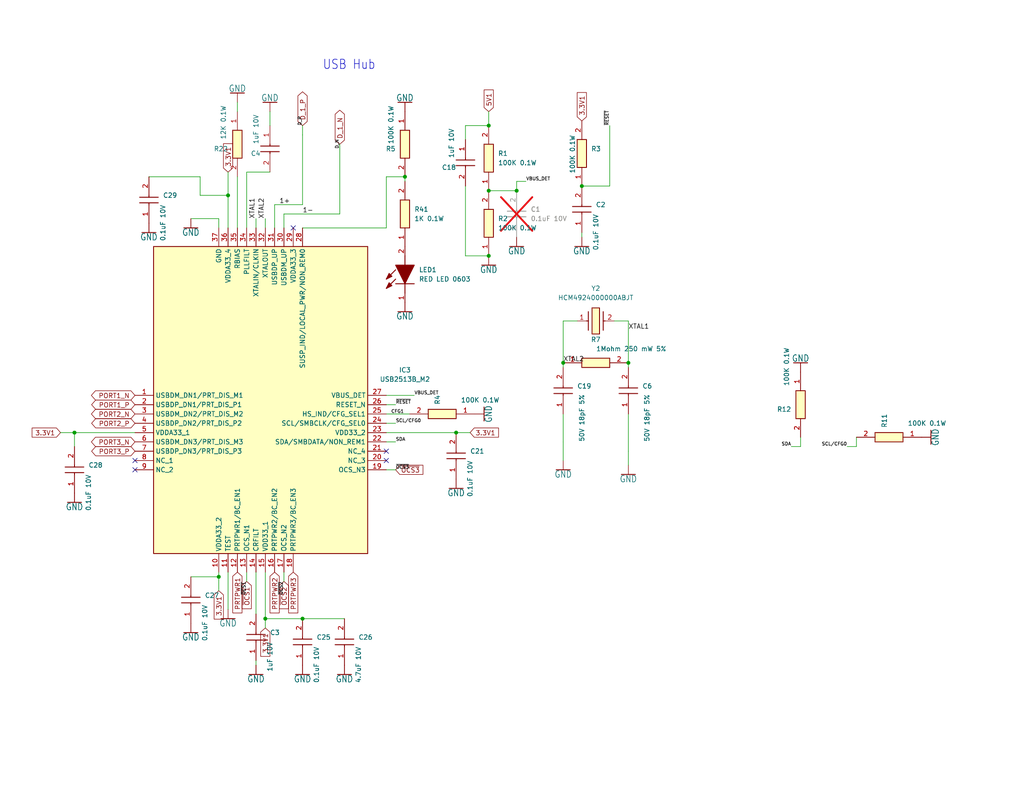
<source format=kicad_sch>
(kicad_sch (version 20230121) (generator eeschema)
  (paper "USLetter")
  (title_block (title "USB Hub") (date "2024-01-29") (rev "1.0") (company "CMU"))
  (lib_symbols
    (symbol "Qwiic-USB_Hub-eagle-import:GND" (power)
      (property "Value" "GND" (at 0 -0.254 0))
      (symbol "GND_1_0"
        (polyline (pts (xy -1.905 0) (xy 1.905 0)) (stroke (width 0.254)))
        (pin power_in line (at 0 2.54 270) (length 2.54) (name "GND") (number "1"))
      )
    )
    (symbol "SamacSys_Parts:06035A180J4T2A" (pin_names hide)
      (property "Reference" "C" (at 8.89 6.35 0))
      (property "Value" "06035A180J4T2A" (at 8.89 3.81 0))
      (symbol "06035A180J4T2A_1_1"
        (polyline (pts (xy 5.08 0) (xy 5.588 0)) (stroke (width 0.254)))
        (polyline (pts (xy 5.588 2.54) (xy 5.588 -2.54)) (stroke (width 0.254)))
        (polyline (pts (xy 7.112 0) (xy 7.62 0)) (stroke (width 0.254)))
        (polyline (pts (xy 7.112 2.54) (xy 7.112 -2.54)) (stroke (width 0.254)))
        (pin passive line (at 0 0 0) (length 5.08) (name "1") (number "1"))
        (pin passive line (at 12.7 0 180) (length 5.08) (name "2") (number "2"))
      )
    )
    (symbol "SamacSys_Parts:B1931URO-20D000114U1930" (pin_names hide)
      (property "Reference" "LED" (at 12.7 8.89 0))
      (property "Value" "B1931URO-20D000114U1930" (at 12.7 6.35 0))
      (symbol "B1931URO-20D000114U1930_1_1"
        (polyline (pts (xy 2.54 0) (xy 5.08 0)) (stroke (width 0.254)))
        (polyline (pts (xy 5.08 2.54) (xy 5.08 -2.54)) (stroke (width 0.254)))
        (polyline (pts (xy 6.35 2.54) (xy 3.81 5.08)) (stroke (width 0.254)))
        (polyline (pts (xy 8.89 2.54) (xy 6.35 5.08)) (stroke (width 0.254)))
        (polyline (pts (xy 10.16 0) (xy 12.7 0)) (stroke (width 0.254)))
        (polyline (pts (xy 5.08 0) (xy 10.16 2.54) (xy 10.16 -2.54) (xy 5.08 0)) (stroke (width 0.254)) (fill (type outline)))
        (polyline (pts (xy 5.334 4.318) (xy 4.572 3.556) (xy 3.81 5.08) (xy 5.334 4.318)) (stroke (width 0.254)) (fill (type outline)))
        (polyline (pts (xy 7.874 4.318) (xy 7.112 3.556) (xy 6.35 5.08) (xy 7.874 4.318)) (stroke (width 0.254)) (fill (type outline)))
        (pin passive line (at 0 0 0) (length 2.54) (name "K") (number "1"))
        (pin passive line (at 15.24 0 180) (length 2.54) (name "A") (number "2"))
      )
    )
    (symbol "SamacSys_Parts:C0603T104K8RAC7867" (pin_names hide)
      (property "Reference" "C" (at 8.89 6.35 0))
      (property "Value" "C0603T104K8RAC7867" (at 8.89 3.81 0))
      (symbol "C0603T104K8RAC7867_1_1"
        (polyline (pts (xy 5.08 0) (xy 5.588 0)) (stroke (width 0.254)))
        (polyline (pts (xy 5.588 2.54) (xy 5.588 -2.54)) (stroke (width 0.254)))
        (polyline (pts (xy 7.112 0) (xy 7.62 0)) (stroke (width 0.254)))
        (polyline (pts (xy 7.112 2.54) (xy 7.112 -2.54)) (stroke (width 0.254)))
        (pin passive line (at 0 0 0) (length 5.08) (name "1") (number "1"))
        (pin passive line (at 12.7 0 180) (length 5.08) (name "2") (number "2"))
      )
    )
    (symbol "SamacSys_Parts:ERJ-PA3J105V" (pin_names hide)
      (property "Reference" "R" (at 13.97 6.35 0))
      (property "Value" "ERJ-PA3J105V" (at 13.97 3.81 0))
      (symbol "ERJ-PA3J105V_1_1"
        (rectangle (start 5.08 1.27) (end 12.7 -1.27) (stroke (width 0.254)) (fill (type background)))
        (pin passive line (at 0 0 0) (length 5.08) (name "1") (number "1"))
        (pin passive line (at 17.78 0 180) (length 5.08) (name "2") (number "2"))
      )
    )
    (symbol "SamacSys_Parts:HCM4924000000ABJT" (pin_names hide)
      (property "Reference" "Y" (at 8.89 6.35 0))
      (property "Value" "HCM4924000000ABJT" (at 8.89 3.81 0))
      (symbol "HCM4924000000ABJT_1_1"
        (polyline (pts (xy 3.048 0) (xy 2.54 0)) (stroke (width 0.254)))
        (polyline (pts (xy 3.048 2.54) (xy 3.048 -2.54)) (stroke (width 0.254)))
        (polyline (pts (xy 7.112 0) (xy 7.62 0)) (stroke (width 0.254)))
        (polyline (pts (xy 7.112 2.54) (xy 7.112 -2.54)) (stroke (width 0.254)))
        (rectangle (start 4.064 3.556) (end 6.096 -3.556) (stroke (width 0.254)) (fill (type background)))
        (pin passive line (at 10.16 0 180) (length 2.54) (name "1") (number "1"))
        (pin passive line (at 0 0 0) (length 2.54) (name "CRYSTAL_2") (number "2"))
      )
    )
    (symbol "SamacSys_Parts:RMCF0603FT100K" (pin_names hide)
      (property "Reference" "R" (at 13.97 6.35 0))
      (property "Value" "RMCF0603FT100K" (at 13.97 3.81 0))
      (symbol "RMCF0603FT100K_1_1"
        (rectangle (start 5.08 1.27) (end 12.7 -1.27) (stroke (width 0.254)) (fill (type background)))
        (pin passive line (at 0 0 0) (length 5.08) (name "1") (number "1"))
        (pin passive line (at 17.78 0 180) (length 5.08) (name "2") (number "2"))
      )
    )
    (symbol "SamacSys_Parts:RMCF0603FT12K0" (pin_names hide)
      (property "Reference" "R" (at 13.97 6.35 0))
      (property "Value" "RMCF0603FT12K0" (at 13.97 3.81 0))
      (symbol "RMCF0603FT12K0_1_1"
        (rectangle (start 5.08 1.27) (end 12.7 -1.27) (stroke (width 0.254)) (fill (type background)))
        (pin passive line (at 0 0 0) (length 5.08) (name "1") (number "1"))
        (pin passive line (at 17.78 0 180) (length 5.08) (name "2") (number "2"))
      )
    )
    (symbol "SamacSys_Parts:RMCF0603FT1K00" (pin_names hide)
      (property "Reference" "R" (at 13.97 6.35 0))
      (property "Value" "RMCF0603FT1K00" (at 13.97 3.81 0))
      (symbol "RMCF0603FT1K00_1_1"
        (rectangle (start 5.08 1.27) (end 12.7 -1.27) (stroke (width 0.254)) (fill (type background)))
        (pin passive line (at 0 0 0) (length 5.08) (name "1") (number "1"))
        (pin passive line (at 17.78 0 180) (length 5.08) (name "2") (number "2"))
      )
    )
    (symbol "SamacSys_Parts:USB2513B_M2"
      (property "Reference" "IC" (at 64.77 45.72 0))
      (property "Value" "USB2513B_M2" (at 64.77 43.18 0))
      (symbol "USB2513B_M2_1_1"
        (rectangle (start 5.08 40.64) (end 63.5 -43.18) (stroke (width 0.254)) (fill (type background)))
        (pin passive line (at 0 0 0) (length 5.08) (name "USBDM_DN1/PRT_DIS_M1") (number "1"))
        (pin passive line (at 22.86 -48.26 90) (length 5.08) (name "VDDA33_2") (number "10"))
        (pin passive line (at 25.4 -48.26 90) (length 5.08) (name "TEST") (number "11"))
        (pin passive line (at 27.94 -48.26 90) (length 5.08) (name "PRTPWR1/BC_EN1") (number "12"))
        (pin passive line (at 30.48 -48.26 90) (length 5.08) (name "OCS_N1") (number "13"))
        (pin passive line (at 33.02 -48.26 90) (length 5.08) (name "CRFILT") (number "14"))
        (pin passive line (at 35.56 -48.26 90) (length 5.08) (name "VDD33_1") (number "15"))
        (pin passive line (at 38.1 -48.26 90) (length 5.08) (name "PRTPWR2/BC_EN2") (number "16"))
        (pin passive line (at 40.64 -48.26 90) (length 5.08) (name "OCS_N2") (number "17"))
        (pin passive line (at 43.18 -48.26 90) (length 5.08) (name "PRTPWR3/BC_EN3") (number "18"))
        (pin passive line (at 68.58 -20.32 180) (length 5.08) (name "OCS_N3") (number "19"))
        (pin passive line (at 0 -2.54 0) (length 5.08) (name "USBDP_DN1/PRT_DIS_P1") (number "2"))
        (pin passive line (at 68.58 -17.78 180) (length 5.08) (name "NC_3") (number "20"))
        (pin passive line (at 68.58 -15.24 180) (length 5.08) (name "NC_4") (number "21"))
        (pin passive line (at 68.58 -12.7 180) (length 5.08) (name "SDA/SMBDATA/NON_REM1") (number "22"))
        (pin passive line (at 68.58 -10.16 180) (length 5.08) (name "VDD33_2") (number "23"))
        (pin passive line (at 68.58 -7.62 180) (length 5.08) (name "SCL/SMBCLK/CFG_SEL0") (number "24"))
        (pin passive line (at 68.58 -5.08 180) (length 5.08) (name "HS_IND/CFG_SEL1") (number "25"))
        (pin passive line (at 68.58 -2.54 180) (length 5.08) (name "RESET_N") (number "26"))
        (pin passive line (at 68.58 0 180) (length 5.08) (name "VBUS_DET") (number "27"))
        (pin passive line (at 45.72 45.72 270) (length 5.08) (name "SUSP_IND/LOCAL_PWR/NON_REM0") (number "28"))
        (pin passive line (at 43.18 45.72 270) (length 5.08) (name "VDDA33_3") (number "29"))
        (pin passive line (at 0 -5.08 0) (length 5.08) (name "USBDM_DN2/PRT_DIS_M2") (number "3"))
        (pin passive line (at 40.64 45.72 270) (length 5.08) (name "USBDM_UP") (number "30"))
        (pin passive line (at 38.1 45.72 270) (length 5.08) (name "USBDP_UP") (number "31"))
        (pin passive line (at 35.56 45.72 270) (length 5.08) (name "XTALOUT") (number "32"))
        (pin passive line (at 33.02 45.72 270) (length 5.08) (name "XTALIN/CLKIN") (number "33"))
        (pin passive line (at 30.48 45.72 270) (length 5.08) (name "PLLFILT") (number "34"))
        (pin passive line (at 27.94 45.72 270) (length 5.08) (name "RBIAS") (number "35"))
        (pin passive line (at 25.4 45.72 270) (length 5.08) (name "VDDA33_4") (number "36"))
        (pin passive line (at 22.86 45.72 270) (length 5.08) (name "GND") (number "37"))
        (pin passive line (at 0 -7.62 0) (length 5.08) (name "USBDP_DN2/PRT_DIS_P2") (number "4"))
        (pin passive line (at 0 -10.16 0) (length 5.08) (name "VDDA33_1") (number "5"))
        (pin passive line (at 0 -12.7 0) (length 5.08) (name "USBDM_DN3/PRT_DIS_M3") (number "6"))
        (pin passive line (at 0 -15.24 0) (length 5.08) (name "USBDP_DN3/PRT_DIS_P3") (number "7"))
        (pin passive line (at 0 -17.78 0) (length 5.08) (name "NC_1") (number "8"))
        (pin passive line (at 0 -20.32 0) (length 5.08) (name "NC_2") (number "9"))
      )
    )
  )
  (junction (at 124.46 118.11))
  (junction (at 62.23 53.34))
  (junction (at 158.75 50.8))
  (junction (at 133.35 34.29))
  (junction (at 20.32 118.11))
  (junction (at 82.55 168.91))
  (junction (at 171.45 99.06))
  (junction (at 72.39 168.91))
  (junction (at 153.67 99.06))
  (junction (at 133.35 69.85))
  (junction (at 133.35 52.07))
  (junction (at 140.97 52.07))
  (junction (at 110.49 48.26))
  (junction (at 59.69 157.48))
  (no_connect (at 105.41 123.19))
  (no_connect (at 105.41 125.73))
  (no_connect (at 36.83 125.73))
  (no_connect (at 36.83 128.27))
  (no_connect (at 80.01 62.23))
  (wire (pts (xy 69.85 59.69) (xy 69.85 62.23)))
  (wire (pts (xy 105.41 62.23) (xy 82.55 62.23)))
  (wire (pts (xy 127 34.29) (xy 133.35 34.29)))
  (wire (pts (xy 105.41 113.03) (xy 111.76 113.03)))
  (wire (pts (xy 158.75 64.77) (xy 158.75 63.5)) (stroke (width 0.1524)))
  (wire (pts (xy 20.32 118.11) (xy 20.32 121.92)))
  (wire (pts (xy 233.68 119.38) (xy 233.68 121.92)) (stroke (width 0.1524)))
  (wire (pts (xy 82.55 36.83) (xy 82.55 55.88)))
  (wire (pts (xy 54.61 53.34) (xy 62.23 53.34)))
  (wire (pts (xy 67.31 46.99) (xy 67.31 62.23)))
  (wire (pts (xy 133.35 30.48) (xy 133.35 34.29)))
  (wire (pts (xy 40.64 48.26) (xy 54.61 48.26)))
  (wire (pts (xy 127 38.1) (xy 127 34.29)))
  (wire (pts (xy 73.66 30.48) (xy 73.66 34.29)) (stroke (width 0.1524)))
  (wire (pts (xy 110.49 48.26) (xy 105.41 48.26)))
  (wire (pts (xy 59.69 157.48) (xy 59.69 156.21)))
  (wire (pts (xy 52.07 59.69) (xy 59.69 59.69)))
  (wire (pts (xy 92.71 39.37) (xy 92.71 58.42)))
  (wire (pts (xy 82.55 168.91) (xy 93.98 168.91)))
  (wire (pts (xy 157.48 87.63) (xy 153.67 87.63)))
  (wire (pts (xy 82.55 55.88) (xy 74.93 55.88)))
  (wire (pts (xy 72.39 168.91) (xy 82.55 168.91)))
  (wire (pts (xy 62.23 53.34) (xy 62.23 62.23)))
  (wire (pts (xy 82.55 36.83) (xy 82.55 34.29)) (stroke (width 0.1524)))
  (wire (pts (xy 69.85 181.61) (xy 69.85 180.34)) (stroke (width 0.1524)))
  (wire (pts (xy 153.67 113.03) (xy 153.67 120.65)) (stroke (width 0.1524)))
  (wire (pts (xy 64.77 48.26) (xy 64.77 62.23)))
  (wire (pts (xy 140.97 49.53) (xy 143.51 49.53)) (stroke (width 0.1524)))
  (wire (pts (xy 77.47 58.42) (xy 77.47 62.23)))
  (wire (pts (xy 171.45 113.03) (xy 171.45 123.19)) (stroke (width 0.1524)))
  (wire (pts (xy 52.07 157.48) (xy 59.69 157.48)))
  (wire (pts (xy 110.49 49.53) (xy 110.49 48.26)))
  (wire (pts (xy 153.67 99.06) (xy 153.67 100.33)))
  (wire (pts (xy 105.41 120.65) (xy 107.95 120.65)) (stroke (width 0.1524)))
  (wire (pts (xy 153.67 120.65) (xy 153.67 125.73)))
  (wire (pts (xy 105.41 115.57) (xy 107.95 115.57)) (stroke (width 0.1524)))
  (wire (pts (xy 218.44 121.92) (xy 215.9 121.92)) (stroke (width 0.1524)))
  (wire (pts (xy 72.39 171.45) (xy 72.39 168.91)))
  (wire (pts (xy 166.37 50.8) (xy 158.75 50.8)) (stroke (width 0.1524)))
  (wire (pts (xy 133.35 52.07) (xy 140.97 52.07)) (stroke (width 0.1524)))
  (wire (pts (xy 92.71 58.42) (xy 77.47 58.42)))
  (wire (pts (xy 54.61 48.26) (xy 54.61 53.34)))
  (wire (pts (xy 59.69 59.69) (xy 59.69 62.23)))
  (wire (pts (xy 171.45 87.63) (xy 171.45 99.06)))
  (wire (pts (xy 171.45 123.19) (xy 171.45 127)))
  (wire (pts (xy 233.68 121.92) (xy 231.14 121.92)) (stroke (width 0.1524)))
  (wire (pts (xy 72.39 59.69) (xy 72.39 62.23)))
  (wire (pts (xy 166.37 34.29) (xy 166.37 50.8)) (stroke (width 0.1524)))
  (wire (pts (xy 16.51 118.11) (xy 20.32 118.11)))
  (wire (pts (xy 20.32 118.11) (xy 36.83 118.11)))
  (wire (pts (xy 127 69.85) (xy 127 50.8)))
  (wire (pts (xy 153.67 87.63) (xy 153.67 99.06)))
  (wire (pts (xy 105.41 128.27) (xy 107.95 128.27)) (stroke (width 0.1524)))
  (wire (pts (xy 128.27 118.11) (xy 124.46 118.11)))
  (wire (pts (xy 67.31 156.21) (xy 67.31 158.75)) (stroke (width 0.1524)))
  (wire (pts (xy 62.23 46.99) (xy 62.23 53.34)))
  (wire (pts (xy 69.85 156.21) (xy 69.85 167.64)) (stroke (width 0.1524)))
  (wire (pts (xy 62.23 166.37) (xy 62.23 156.21)))
  (wire (pts (xy 74.93 55.88) (xy 74.93 62.23)))
  (wire (pts (xy 73.66 46.99) (xy 67.31 46.99)))
  (wire (pts (xy 105.41 107.95) (xy 113.03 107.95)) (stroke (width 0.1524)))
  (wire (pts (xy 218.44 119.38) (xy 218.44 121.92)) (stroke (width 0.1524)))
  (wire (pts (xy 105.41 110.49) (xy 107.95 110.49)) (stroke (width 0.1524)))
  (wire (pts (xy 167.64 87.63) (xy 171.45 87.63)))
  (wire (pts (xy 124.46 118.11) (xy 105.41 118.11)))
  (wire (pts (xy 77.47 156.21) (xy 77.47 158.75)) (stroke (width 0.1524)))
  (wire (pts (xy 105.41 48.26) (xy 105.41 62.23)))
  (wire (pts (xy 72.39 168.91) (xy 72.39 156.21)))
  (wire (pts (xy 64.77 27.94) (xy 64.77 30.48)))
  (wire (pts (xy 140.97 49.53) (xy 140.97 52.07)) (stroke (width 0.1524)))
  (wire (pts (xy 171.45 99.06) (xy 171.45 100.33)))
  (wire (pts (xy 133.35 69.85) (xy 127 69.85)))
  (wire (pts (xy 59.69 161.29) (xy 59.69 157.48)))
  (text "USB Hub" (at 95.25 17.78 0) (effects (font (size 2.54 2.159))))
  (label "XTAL1" (at 69.85 59.69 90))
  (label "SCL/CFG0" (at 231.14 121.92 180) (effects (font (size 0.889 0.889))))
  (label "VBUS_DET" (at 113.03 107.95 0) (effects (font (size 0.889 0.889))))
  (label "XTAL1" (at 171.45 90.17 0))
  (label "~{OCS2}" (at 77.47 158.75 270) (effects (font (size 0.889 0.889))))
  (label "~{RESET}" (at 107.95 110.49 0) (effects (font (size 0.889 0.889))))
  (label "SDA" (at 107.95 120.65 0) (effects (font (size 0.889 0.889))))
  (label "CFG1" (at 106.68 113.03 0) (effects (font (size 0.889 0.889))))
  (label "~{OCS1}" (at 67.31 158.75 270) (effects (font (size 0.889 0.889))))
  (label "~{OCS3}" (at 107.95 128.27 0) (effects (font (size 0.889 0.889))))
  (label "1-" (at 82.55 58.42 0))
  (label "XTAL2" (at 153.67 99.06 0))
  (label "D_P" (at 82.55 34.29 90) (effects (font (size 0.889 0.889))))
  (label "SDA" (at 215.9 121.92 180) (effects (font (size 0.889 0.889))))
  (label "VBUS_DET" (at 143.51 49.53 0) (effects (font (size 0.889 0.889))))
  (label "~{RESET}" (at 166.37 34.29 90) (effects (font (size 0.889 0.889))))
  (label "D_N" (at 92.71 40.64 90) (effects (font (size 0.889 0.889))))
  (label "1+" (at 76.2 55.88 0))
  (label "SCL/CFG0" (at 107.95 115.57 0) (effects (font (size 0.889 0.889))))
  (label "XTAL2" (at 72.39 59.69 90))
  (global_label "3.3V1" (shape input) (at 16.51 118.11 180) (property "Intersheetrefs" "${INTERSHEET_REFS}" (effects hide)))
  (global_label "PORT1_N" (shape bidirectional) (at 36.83 107.95 180) (property "Intersheetrefs" "${INTERSHEET_REFS}" (effects hide)))
  (global_label "D_1_P" (shape bidirectional) (at 82.55 34.29 90) (property "Intersheetrefs" "${INTERSHEET_REFS}" (effects hide)))
  (global_label "3.3V1" (shape input) (at 158.75 33.02 90) (property "Intersheetrefs" "${INTERSHEET_REFS}" (effects hide)))
  (global_label "~{OCS1}" (shape input) (at 67.31 158.75 270) (property "Intersheetrefs" "${INTERSHEET_REFS}" (effects hide)))
  (global_label "PRTPWR2" (shape input) (at 74.93 156.21 270) (property "Intersheetrefs" "${INTERSHEET_REFS}" (effects hide)))
  (global_label "3.3V1" (shape input) (at 59.69 161.29 270) (property "Intersheetrefs" "${INTERSHEET_REFS}" (effects hide)))
  (global_label "PRTPWR3" (shape input) (at 80.01 156.21 270) (property "Intersheetrefs" "${INTERSHEET_REFS}" (effects hide)))
  (global_label "PORT3_P" (shape bidirectional) (at 36.83 123.19 180) (property "Intersheetrefs" "${INTERSHEET_REFS}" (effects hide)))
  (global_label "PORT2_P" (shape bidirectional) (at 36.83 115.57 180) (property "Intersheetrefs" "${INTERSHEET_REFS}" (effects hide)))
  (global_label "PORT1_P" (shape bidirectional) (at 36.83 110.49 180) (property "Intersheetrefs" "${INTERSHEET_REFS}" (effects hide)))
  (global_label "PRTPWR1" (shape input) (at 64.77 156.21 270) (property "Intersheetrefs" "${INTERSHEET_REFS}" (effects hide)))
  (global_label "5V1" (shape input) (at 133.35 30.48 90) (property "Intersheetrefs" "${INTERSHEET_REFS}" (effects hide)))
  (global_label "3.3V1" (shape input) (at 128.27 118.11 0) (property "Intersheetrefs" "${INTERSHEET_REFS}" (effects hide)))
  (global_label "3.3V1" (shape input) (at 72.39 171.45 270) (property "Intersheetrefs" "${INTERSHEET_REFS}" (effects hide)))
  (global_label "~{OCS3}" (shape input) (at 107.95 128.27 0) (property "Intersheetrefs" "${INTERSHEET_REFS}" (effects hide)))
  (global_label "PORT2_N" (shape bidirectional) (at 36.83 113.03 180) (property "Intersheetrefs" "${INTERSHEET_REFS}" (effects hide)))
  (global_label "~{OCS2}" (shape input) (at 77.47 158.75 270) (property "Intersheetrefs" "${INTERSHEET_REFS}" (effects hide)))
  (global_label "PORT3_N" (shape bidirectional) (at 36.83 120.65 180) (property "Intersheetrefs" "${INTERSHEET_REFS}" (effects hide)))
  (global_label "3.3V1" (shape input) (at 62.23 46.99 90) (property "Intersheetrefs" "${INTERSHEET_REFS}" (effects hide)))
  (global_label "D_1_N" (shape bidirectional) (at 92.71 39.37 90) (property "Intersheetrefs" "${INTERSHEET_REFS}" (effects hide)))
  (symbol (lib_id "Qwiic-USB_Hub-eagle-import:GND") (at 110.49 85.09 0) (unit 1)
    (property "Reference" "#GND054" (effects hide))
    (property "Value" "GND" (at 110.49 85.344 0) (effects (font (size 1.778 1.5113)) (justify top)))
  )
  (symbol (lib_id "Qwiic-USB_Hub-eagle-import:GND") (at 62.23 168.91 0) (unit 1)
    (property "Reference" "#GND015" (effects hide))
    (property "Value" "GND" (at 62.23 169.164 0) (effects (font (size 1.778 1.5113)) (justify top)))
  )
  (symbol (lib_id "SamacSys_Parts:RMCF0603FT1K00") (at 110.49 67.31 90) (unit 1)
    (property "Reference" "R41" (at 113.03 57.15 90) (effects (justify right)))
    (property "Value" "1K 0.1W" (at 113.03 59.69 90) (effects (justify right)))
    (property "Footprint" "RESC1608X55N" (effects hide))
    (property "Datasheet" "https://www.seielect.com/Catalog/SEI-RMCF_RMCP.pdf" (effects hide))
    (property "Height" "0.55" (effects hide))
    (property "Manufacturer_Name" "Stackpole Electronics, Inc." (effects hide))
    (property "Manufacturer_Part_Number" "RMCF0603FT1K00" (effects hide))
    (property "Mouser Part Number" "708-RMCF0603FT1K00" (effects hide))
    (property "Mouser Price/Stock" "https://www.mouser.co.uk/ProductDetail/SEI-Stackpole/RMCF0603FT1K00?qs=FESYatJ8odI%252BYiPlprc1Pg%3D%3D" (effects hide))
    (property "Arrow Part Number" "RMCF0603FT1K00" (effects hide))
    (property "Arrow Price/Stock" "https://www.arrow.com/en/products/rmcf0603ft1k00/stackpole-electronics?region=nac" (effects hide))
  )
  (symbol (lib_id "Qwiic-USB_Hub-eagle-import:GND") (at 110.49 27.94 180) (unit 1)
    (property "Reference" "#GND012" (effects hide))
    (property "Value" "GND" (at 110.49 27.686 0) (effects (font (size 1.778 1.5113)) (justify top)))
  )
  (symbol (lib_id "Qwiic-USB_Hub-eagle-import:GND") (at 69.85 184.15 0) (unit 1)
    (property "Reference" "#GND08" (effects hide))
    (property "Value" "GND" (at 69.85 184.404 0) (effects (font (size 1.778 1.5113)) (justify top)))
  )
  (symbol (lib_id "Qwiic-USB_Hub-eagle-import:GND") (at 93.98 184.15 0) (unit 1)
    (property "Reference" "#GND066" (effects hide))
    (property "Value" "GND" (at 93.98 184.404 0) (effects (font (size 1.778 1.5113)) (justify top)))
  )
  (symbol (lib_id "Qwiic-USB_Hub-eagle-import:GND") (at 218.44 99.06 180) (unit 1)
    (property "Reference" "#GND076" (effects hide))
    (property "Value" "GND" (at 218.44 98.806 0) (effects (font (size 1.778 1.5113)) (justify top)))
  )
  (symbol (lib_id "Qwiic-USB_Hub-eagle-import:GND") (at 52.07 172.72 0) (unit 1)
    (property "Reference" "#GND067" (effects hide))
    (property "Value" "GND" (at 52.07 172.974 0) (effects (font (size 1.778 1.5113)) (justify top)))
  )
  (symbol (lib_id "SamacSys_Parts:RMCF0603FT100K") (at 158.75 50.8 90) (unit 1)
    (property "Reference" "R3" (at 161.29 40.64 90) (effects (justify right)))
    (property "Value" "100K 0.1W" (at 156.21 36.83 0) (effects (justify right)))
    (property "Footprint" "RESC1608X55N" (effects hide))
    (property "Datasheet" "https://www.seielect.com/Catalog/SEI-RMCF_RMCP.pdf" (effects hide))
    (property "Height" "0.55" (effects hide))
    (property "Manufacturer_Name" "Stackpole Electronics, Inc." (effects hide))
    (property "Manufacturer_Part_Number" "RMCF0603FT100K" (effects hide))
    (property "Mouser Part Number" "708-RMCF0603FT100K" (effects hide))
    (property "Mouser Price/Stock" "https://www.mouser.co.uk/ProductDetail/SEI-Stackpole/RMCF0603FT100K?qs=MyNHzdoqoQJaOoUDs3M%252BVg%3D%3D" (effects hide))
    (property "Arrow Part Number" "RMCF0603FT100K" (effects hide))
    (property "Arrow Price/Stock" "https://www.arrow.com/en/products/rmcf0603ft100k/stackpole-electronics?region=nac" (effects hide))
  )
  (symbol (lib_id "Qwiic-USB_Hub-eagle-import:GND") (at 64.77 25.4 180) (unit 1)
    (property "Reference" "#GND011" (effects hide))
    (property "Value" "GND" (at 64.77 25.146 0) (effects (font (size 1.778 1.5113)) (justify top)))
  )
  (symbol (lib_id "SamacSys_Parts:RMCF0603FT100K") (at 251.46 119.38 180) (unit 1)
    (property "Reference" "R11" (at 241.3 116.84 90) (effects (justify right)))
    (property "Value" "100K 0.1W" (at 247.65 115.57 0) (effects (justify right)))
    (property "Footprint" "RESC1608X55N" (effects hide))
    (property "Datasheet" "https://www.seielect.com/Catalog/SEI-RMCF_RMCP.pdf" (effects hide))
    (property "Height" "0.55" (effects hide))
    (property "Manufacturer_Name" "Stackpole Electronics, Inc." (effects hide))
    (property "Manufacturer_Part_Number" "RMCF0603FT100K" (effects hide))
    (property "Mouser Part Number" "708-RMCF0603FT100K" (effects hide))
    (property "Mouser Price/Stock" "https://www.mouser.co.uk/ProductDetail/SEI-Stackpole/RMCF0603FT100K?qs=MyNHzdoqoQJaOoUDs3M%252BVg%3D%3D" (effects hide))
    (property "Arrow Part Number" "RMCF0603FT100K" (effects hide))
    (property "Arrow Price/Stock" "https://www.arrow.com/en/products/rmcf0603ft100k/stackpole-electronics?region=nac" (effects hide))
  )
  (symbol (lib_id "Qwiic-USB_Hub-eagle-import:GND") (at 153.67 128.27 0) (unit 1)
    (property "Reference" "#GND014" (effects hide))
    (property "Value" "GND" (at 153.67 128.524 0) (effects (font (size 1.778 1.5113)) (justify top)))
  )
  (symbol (lib_id "SamacSys_Parts:C0603T104K8RAC7867") (at 52.07 170.18 90) (unit 1)
    (property "Reference" "C27" (at 55.88 162.56 90) (effects (justify right)))
    (property "Value" "0.1uF 10V" (at 55.88 165.1 0) (effects (justify right)))
    (property "Footprint" "CAPC1608X87N" (effects hide))
    (property "Datasheet" "https://gr.mouser.com/datasheet/2/212/KEM_C1027_X7R_COTS_SMD-1099449.pdf" (effects hide))
    (property "Height" "0.87" (effects hide))
    (property "Manufacturer_Name" "KEMET" (effects hide))
    (property "Manufacturer_Part_Number" "C0603T104K8RAC7867" (effects hide))
    (property "Mouser Part Number" "80-C0603T104K8RACTU" (effects hide))
    (property "Mouser Price/Stock" "https://www.mouser.co.uk/ProductDetail/KEMET/C0603T104K8RAC7867/?qs=u16ybLDytRacEvii9M2jow%3D%3D" (effects hide))
  )
  (symbol (lib_id "SamacSys_Parts:C0603T104K8RAC7867") (at 69.85 180.34 90) (unit 1)
    (property "Reference" "C3" (at 73.66 172.72 90) (effects (justify right)))
    (property "Value" "1uF 10V" (at 73.66 175.26 0) (effects (justify right)))
    (property "Footprint" "CAPC1608X87N" (effects hide))
    (property "Datasheet" "https://gr.mouser.com/datasheet/2/212/KEM_C1027_X7R_COTS_SMD-1099449.pdf" (effects hide))
    (property "Height" "0.87" (effects hide))
    (property "Manufacturer_Name" "KEMET" (effects hide))
    (property "Manufacturer_Part_Number" "C0603T104K8RAC7867" (effects hide))
    (property "Mouser Part Number" "80-C0603T104K8RACTU" (effects hide))
    (property "Mouser Price/Stock" "https://www.mouser.co.uk/ProductDetail/KEMET/C0603T104K8RAC7867/?qs=u16ybLDytRacEvii9M2jow%3D%3D" (effects hide))
  )
  (symbol (lib_id "SamacSys_Parts:C0603T104K8RAC7867") (at 73.66 34.29 270) (unit 1)
    (property "Reference" "C4" (at 71.12 41.91 90) (effects (justify right)))
    (property "Value" "1uF 10V" (at 69.85 39.37 0) (effects (justify right)))
    (property "Footprint" "CAPC1608X87N" (effects hide))
    (property "Datasheet" "https://gr.mouser.com/datasheet/2/212/KEM_C1027_X7R_COTS_SMD-1099449.pdf" (effects hide))
    (property "Height" "0.87" (effects hide))
    (property "Manufacturer_Name" "KEMET" (effects hide))
    (property "Manufacturer_Part_Number" "C0603T104K8RAC7867" (effects hide))
    (property "Mouser Part Number" "80-C0603T104K8RACTU" (effects hide))
    (property "Mouser Price/Stock" "https://www.mouser.co.uk/ProductDetail/KEMET/C0603T104K8RAC7867/?qs=u16ybLDytRacEvii9M2jow%3D%3D" (effects hide))
  )
  (symbol (lib_id "Qwiic-USB_Hub-eagle-import:GND") (at 20.32 137.16 0) (unit 1)
    (property "Reference" "#GND068" (effects hide))
    (property "Value" "GND" (at 20.32 137.414 0) (effects (font (size 1.778 1.5113)) (justify top)))
  )
  (symbol (lib_id "SamacSys_Parts:C0603T104K8RAC7867") (at 20.32 134.62 90) (unit 1)
    (property "Reference" "C28" (at 24.13 127 90) (effects (justify right)))
    (property "Value" "0.1uF 10V" (at 24.13 129.54 0) (effects (justify right)))
    (property "Footprint" "CAPC1608X87N" (effects hide))
    (property "Datasheet" "https://gr.mouser.com/datasheet/2/212/KEM_C1027_X7R_COTS_SMD-1099449.pdf" (effects hide))
    (property "Height" "0.87" (effects hide))
    (property "Manufacturer_Name" "KEMET" (effects hide))
    (property "Manufacturer_Part_Number" "C0603T104K8RAC7867" (effects hide))
    (property "Mouser Part Number" "80-C0603T104K8RACTU" (effects hide))
    (property "Mouser Price/Stock" "https://www.mouser.co.uk/ProductDetail/KEMET/C0603T104K8RAC7867/?qs=u16ybLDytRacEvii9M2jow%3D%3D" (effects hide))
  )
  (symbol (lib_id "SamacSys_Parts:C0603T104K8RAC7867") (at 82.55 181.61 90) (unit 1)
    (property "Reference" "C25" (at 86.36 173.99 90) (effects (justify right)))
    (property "Value" "0.1uF 10V" (at 86.36 176.53 0) (effects (justify right)))
    (property "Footprint" "CAPC1608X87N" (effects hide))
    (property "Datasheet" "https://gr.mouser.com/datasheet/2/212/KEM_C1027_X7R_COTS_SMD-1099449.pdf" (effects hide))
    (property "Height" "0.87" (effects hide))
    (property "Manufacturer_Name" "KEMET" (effects hide))
    (property "Manufacturer_Part_Number" "C0603T104K8RAC7867" (effects hide))
    (property "Mouser Part Number" "80-C0603T104K8RACTU" (effects hide))
    (property "Mouser Price/Stock" "https://www.mouser.co.uk/ProductDetail/KEMET/C0603T104K8RAC7867/?qs=u16ybLDytRacEvii9M2jow%3D%3D" (effects hide))
  )
  (symbol (lib_id "SamacSys_Parts:HCM4924000000ABJT") (at 167.64 87.63 180) (unit 1)
    (property "Reference" "Y2" (at 162.56 78.74 0))
    (property "Value" "HCM4924000000ABJT" (at 162.56 81.28 0))
    (property "Footprint" "HCM4924000000ABJT" (effects hide))
    (property "Datasheet" "http://cfd.citizen.co.jp/english/prod-tech/product/pdf/datasheet_AT/HCM49_E.pdf" (effects hide))
    (property "Height" "4.3" (effects hide))
    (property "Manufacturer_Name" "CITIZEN FINEDEVICE" (effects hide))
    (property "Manufacturer_Part_Number" "HCM4924000000ABJT" (effects hide))
    (property "Mouser Part Number" "695-HCM4924.0ABJT" (effects hide))
    (property "Mouser Price/Stock" "https://www.mouser.co.uk/ProductDetail/Citizen-FineDevice/HCM4924000000ABJT?qs=byeeYqUIh0Mz0GkevvEzSA%3D%3D" (effects hide))
  )
  (symbol (lib_id "Qwiic-USB_Hub-eagle-import:GND") (at 133.35 72.39 0) (unit 1)
    (property "Reference" "#GND01" (effects hide))
    (property "Value" "GND" (at 133.35 72.644 0) (effects (font (size 1.778 1.5113)) (justify top)))
  )
  (symbol (lib_id "SamacSys_Parts:RMCF0603FT100K") (at 133.35 69.85 90) (unit 1)
    (property "Reference" "R2" (at 135.89 59.69 90) (effects (justify right)))
    (property "Value" "100K 0.1W" (at 135.89 62.23 90) (effects (justify right)))
    (property "Footprint" "RESC1608X55N" (effects hide))
    (property "Datasheet" "https://www.seielect.com/Catalog/SEI-RMCF_RMCP.pdf" (effects hide))
    (property "Height" "0.55" (effects hide))
    (property "Manufacturer_Name" "Stackpole Electronics, Inc." (effects hide))
    (property "Manufacturer_Part_Number" "RMCF0603FT100K" (effects hide))
    (property "Mouser Part Number" "708-RMCF0603FT100K" (effects hide))
    (property "Mouser Price/Stock" "https://www.mouser.co.uk/ProductDetail/SEI-Stackpole/RMCF0603FT100K?qs=MyNHzdoqoQJaOoUDs3M%252BVg%3D%3D" (effects hide))
    (property "Arrow Part Number" "RMCF0603FT100K" (effects hide))
    (property "Arrow Price/Stock" "https://www.arrow.com/en/products/rmcf0603ft100k/stackpole-electronics?region=nac" (effects hide))
  )
  (symbol (lib_id "SamacSys_Parts:RMCF0603FT12K0") (at 64.77 30.48 270) (unit 1)
    (property "Reference" "R22" (at 62.23 40.64 90) (effects (justify right)))
    (property "Value" "12K 0.1W" (at 60.96 38.1 0) (effects (justify right)))
    (property "Footprint" "RESC1608X55N" (effects hide))
    (property "Datasheet" "https://www.seielect.com/Catalog/SEI-RMCF_RMCP.pdf" (effects hide))
    (property "Height" "0.55" (effects hide))
    (property "Manufacturer_Name" "Stackpole Electronics, Inc." (effects hide))
    (property "Manufacturer_Part_Number" "RMCF0603FT12K0" (effects hide))
    (property "Arrow Part Number" "RMCF0603FT12K0" (effects hide))
    (property "Arrow Price/Stock" "https://www.arrow.com/en/products/rmcf0603ft12k0/stackpole-electronics?region=nac" (effects hide))
  )
  (symbol (lib_id "SamacSys_Parts:RMCF0603FT100K") (at 110.49 30.48 270) (unit 1)
    (property "Reference" "R5" (at 107.95 40.64 90) (effects (justify right)))
    (property "Value" "100K 0.1W" (at 106.68 39.37 0) (effects (justify right)))
    (property "Footprint" "RESC1608X55N" (effects hide))
    (property "Datasheet" "https://www.seielect.com/Catalog/SEI-RMCF_RMCP.pdf" (effects hide))
    (property "Height" "0.55" (effects hide))
    (property "Manufacturer_Name" "Stackpole Electronics, Inc." (effects hide))
    (property "Manufacturer_Part_Number" "RMCF0603FT100K" (effects hide))
    (property "Mouser Part Number" "708-RMCF0603FT100K" (effects hide))
    (property "Mouser Price/Stock" "https://www.mouser.co.uk/ProductDetail/SEI-Stackpole/RMCF0603FT100K?qs=MyNHzdoqoQJaOoUDs3M%252BVg%3D%3D" (effects hide))
    (property "Arrow Part Number" "RMCF0603FT100K" (effects hide))
    (property "Arrow Price/Stock" "https://www.arrow.com/en/products/rmcf0603ft100k/stackpole-electronics?region=nac" (effects hide))
  )
  (symbol (lib_id "SamacSys_Parts:B1931URO-20D000114U1930") (at 110.49 82.55 90) (unit 1)
    (property "Reference" "LED1" (at 114.3 73.66 90) (effects (justify right)))
    (property "Value" "RED LED 0603" (at 114.3 76.2 90) (effects (justify right)))
    (property "Footprint" "LEDC1608X60N" (effects hide))
    (property "Datasheet" "https://mm.digikey.com/Volume0/opasdata/d220001/medias/docus/3667/B1931URO-20D000114U1930.pdf" (effects hide))
    (property "Height" "0.6" (effects hide))
    (property "Manufacturer_Name" "Harvatek" (effects hide))
    (property "Manufacturer_Part_Number" "B1931URO-20D000114U1930" (effects hide))
  )
  (symbol (lib_id "SamacSys_Parts:C0603T104K8RAC7867") (at 140.97 64.77 90) (unit 1) (dnp yes)
    (property "Reference" "C1" (at 144.78 57.15 90) (effects (justify right)))
    (property "Value" "0.1uF 10V" (at 144.78 59.69 90) (effects (justify right)))
    (property "Footprint" "CAPC1608X87N" (effects hide))
    (property "Datasheet" "https://gr.mouser.com/datasheet/2/212/KEM_C1027_X7R_COTS_SMD-1099449.pdf" (effects hide))
    (property "Height" "0.87" (effects hide))
    (property "Manufacturer_Name" "KEMET" (effects hide))
    (property "Manufacturer_Part_Number" "C0603T104K8RAC7867" (effects hide))
    (property "Mouser Part Number" "80-C0603T104K8RACTU" (effects hide))
    (property "Mouser Price/Stock" "https://www.mouser.co.uk/ProductDetail/KEMET/C0603T104K8RAC7867/?qs=u16ybLDytRacEvii9M2jow%3D%3D" (effects hide))
  )
  (symbol (lib_id "SamacSys_Parts:C0603T104K8RAC7867") (at 124.46 130.81 90) (unit 1)
    (property "Reference" "C21" (at 128.27 123.19 90) (effects (justify right)))
    (property "Value" "0.1uF 10V" (at 128.27 125.73 0) (effects (justify right)))
    (property "Footprint" "CAPC1608X87N" (effects hide))
    (property "Datasheet" "https://gr.mouser.com/datasheet/2/212/KEM_C1027_X7R_COTS_SMD-1099449.pdf" (effects hide))
    (property "Height" "0.87" (effects hide))
    (property "Manufacturer_Name" "KEMET" (effects hide))
    (property "Manufacturer_Part_Number" "C0603T104K8RAC7867" (effects hide))
    (property "Mouser Part Number" "80-C0603T104K8RACTU" (effects hide))
    (property "Mouser Price/Stock" "https://www.mouser.co.uk/ProductDetail/KEMET/C0603T104K8RAC7867/?qs=u16ybLDytRacEvii9M2jow%3D%3D" (effects hide))
  )
  (symbol (lib_id "SamacSys_Parts:C0603T104K8RAC7867") (at 127 38.1 270) (unit 1)
    (property "Reference" "C18" (at 124.46 45.72 90) (effects (justify right)))
    (property "Value" "1uF 10V" (at 123.19 43.18 0) (effects (justify right)))
    (property "Footprint" "CAPC1608X87N" (effects hide))
    (property "Datasheet" "https://gr.mouser.com/datasheet/2/212/KEM_C1027_X7R_COTS_SMD-1099449.pdf" (effects hide))
    (property "Height" "0.87" (effects hide))
    (property "Manufacturer_Name" "KEMET" (effects hide))
    (property "Manufacturer_Part_Number" "C0603T104K8RAC7867" (effects hide))
    (property "Mouser Part Number" "80-C0603T104K8RACTU" (effects hide))
    (property "Mouser Price/Stock" "https://www.mouser.co.uk/ProductDetail/KEMET/C0603T104K8RAC7867/?qs=u16ybLDytRacEvii9M2jow%3D%3D" (effects hide))
  )
  (symbol (lib_id "Qwiic-USB_Hub-eagle-import:GND") (at 132.08 113.03 90) (unit 1)
    (property "Reference" "#GND010" (effects hide))
    (property "Value" "GND" (at 132.334 113.03 0) (effects (font (size 1.778 1.5113)) (justify top)))
  )
  (symbol (lib_id "SamacSys_Parts:06035A180J4T2A") (at 171.45 113.03 90) (unit 1)
    (property "Reference" "C6" (at 175.26 105.41 90) (effects (justify right)))
    (property "Value" "50V 18pF 5% " (at 176.53 106.68 0) (effects (justify right)))
    (property "Footprint" "CAPC1608X90N" (effects hide))
    (property "Datasheet" "https://componentsearchengine.com/Datasheets/1/06031A100FAT2A.pdf" (effects hide))
    (property "Height" "0.9" (effects hide))
    (property "Manufacturer_Name" "AVX" (effects hide))
    (property "Manufacturer_Part_Number" "06035A180J4T2A" (effects hide))
    (property "Mouser Part Number" "581-06035A180J4T2A" (effects hide))
    (property "Mouser Price/Stock" "https://www.mouser.co.uk/ProductDetail/AVX/06035A180J4T2A?qs=Q0wCMCRSJ1tlgKsEfw0uTA%3D%3D" (effects hide))
    (property "Arrow Part Number" "06035A180J4T2A" (effects hide))
    (property "Arrow Price/Stock" "https://www.arrow.com/en/products/06035a180j4t2a/avx" (effects hide))
  )
  (symbol (lib_id "SamacSys_Parts:C0603T104K8RAC7867") (at 158.75 63.5 90) (unit 1)
    (property "Reference" "C2" (at 162.56 55.88 90) (effects (justify right)))
    (property "Value" "0.1uF 10V" (at 162.56 58.42 0) (effects (justify right)))
    (property "Footprint" "CAPC1608X87N" (effects hide))
    (property "Datasheet" "https://gr.mouser.com/datasheet/2/212/KEM_C1027_X7R_COTS_SMD-1099449.pdf" (effects hide))
    (property "Height" "0.87" (effects hide))
    (property "Manufacturer_Name" "KEMET" (effects hide))
    (property "Manufacturer_Part_Number" "C0603T104K8RAC7867" (effects hide))
    (property "Mouser Part Number" "80-C0603T104K8RACTU" (effects hide))
    (property "Mouser Price/Stock" "https://www.mouser.co.uk/ProductDetail/KEMET/C0603T104K8RAC7867/?qs=u16ybLDytRacEvii9M2jow%3D%3D" (effects hide))
  )
  (symbol (lib_id "Qwiic-USB_Hub-eagle-import:GND") (at 124.46 133.35 0) (unit 1)
    (property "Reference" "#GND061" (effects hide))
    (property "Value" "GND" (at 124.46 133.604 0) (effects (font (size 1.778 1.5113)) (justify top)))
  )
  (symbol (lib_id "SamacSys_Parts:C0603T104K8RAC7867") (at 93.98 181.61 90) (unit 1)
    (property "Reference" "C26" (at 97.79 173.99 90) (effects (justify right)))
    (property "Value" "4.7uF 10V" (at 97.79 176.53 0) (effects (justify right)))
    (property "Footprint" "CAPC1608X87N" (effects hide))
    (property "Datasheet" "https://gr.mouser.com/datasheet/2/212/KEM_C1027_X7R_COTS_SMD-1099449.pdf" (effects hide))
    (property "Height" "0.87" (effects hide))
    (property "Manufacturer_Name" "KEMET" (effects hide))
    (property "Manufacturer_Part_Number" "C0603T104K8RAC7867" (effects hide))
    (property "Mouser Part Number" "80-C0603T104K8RACTU" (effects hide))
    (property "Mouser Price/Stock" "https://www.mouser.co.uk/ProductDetail/KEMET/C0603T104K8RAC7867/?qs=u16ybLDytRacEvii9M2jow%3D%3D" (effects hide))
  )
  (symbol (lib_id "Qwiic-USB_Hub-eagle-import:GND") (at 73.66 27.94 180) (unit 1)
    (property "Reference" "#GND09" (effects hide))
    (property "Value" "GND" (at 73.66 27.686 0) (effects (font (size 1.778 1.5113)) (justify top)))
  )
  (symbol (lib_id "Qwiic-USB_Hub-eagle-import:GND") (at 82.55 184.15 0) (unit 1)
    (property "Reference" "#GND065" (effects hide))
    (property "Value" "GND" (at 82.55 184.404 0) (effects (font (size 1.778 1.5113)) (justify top)))
  )
  (symbol (lib_id "SamacSys_Parts:RMCF0603FT100K") (at 218.44 101.6 270) (unit 1)
    (property "Reference" "R12" (at 215.9 111.76 90) (effects (justify right)))
    (property "Value" "100K 0.1W" (at 214.63 105.41 0) (effects (justify right)))
    (property "Footprint" "RESC1608X55N" (effects hide))
    (property "Datasheet" "https://www.seielect.com/Catalog/SEI-RMCF_RMCP.pdf" (effects hide))
    (property "Height" "0.55" (effects hide))
    (property "Manufacturer_Name" "Stackpole Electronics, Inc." (effects hide))
    (property "Manufacturer_Part_Number" "RMCF0603FT100K" (effects hide))
    (property "Mouser Part Number" "708-RMCF0603FT100K" (effects hide))
    (property "Mouser Price/Stock" "https://www.mouser.co.uk/ProductDetail/SEI-Stackpole/RMCF0603FT100K?qs=MyNHzdoqoQJaOoUDs3M%252BVg%3D%3D" (effects hide))
    (property "Arrow Part Number" "RMCF0603FT100K" (effects hide))
    (property "Arrow Price/Stock" "https://www.arrow.com/en/products/rmcf0603ft100k/stackpole-electronics?region=nac" (effects hide))
  )
  (symbol (lib_id "Qwiic-USB_Hub-eagle-import:GND") (at 158.75 67.31 0) (unit 1)
    (property "Reference" "#GND05" (effects hide))
    (property "Value" "GND" (at 158.75 67.564 0) (effects (font (size 1.778 1.5113)) (justify top)))
  )
  (symbol (lib_id "Qwiic-USB_Hub-eagle-import:GND") (at 52.07 62.23 0) (unit 1)
    (property "Reference" "#GND017" (effects hide))
    (property "Value" "GND" (at 52.07 62.484 0) (effects (font (size 1.778 1.5113)) (justify top)))
  )
  (symbol (lib_id "Qwiic-USB_Hub-eagle-import:GND") (at 40.64 63.5 0) (unit 1)
    (property "Reference" "#GND069" (effects hide))
    (property "Value" "GND" (at 40.64 63.754 0) (effects (font (size 1.778 1.5113)) (justify top)))
  )
  (symbol (lib_id "SamacSys_Parts:RMCF0603FT100K") (at 133.35 52.07 90) (unit 1)
    (property "Reference" "R1" (at 135.89 41.91 90) (effects (justify right)))
    (property "Value" "100K 0.1W" (at 135.89 44.45 90) (effects (justify right)))
    (property "Footprint" "RESC1608X55N" (effects hide))
    (property "Datasheet" "https://www.seielect.com/Catalog/SEI-RMCF_RMCP.pdf" (effects hide))
    (property "Height" "0.55" (effects hide))
    (property "Manufacturer_Name" "Stackpole Electronics, Inc." (effects hide))
    (property "Manufacturer_Part_Number" "RMCF0603FT100K" (effects hide))
    (property "Mouser Part Number" "708-RMCF0603FT100K" (effects hide))
    (property "Mouser Price/Stock" "https://www.mouser.co.uk/ProductDetail/SEI-Stackpole/RMCF0603FT100K?qs=MyNHzdoqoQJaOoUDs3M%252BVg%3D%3D" (effects hide))
    (property "Arrow Part Number" "RMCF0603FT100K" (effects hide))
    (property "Arrow Price/Stock" "https://www.arrow.com/en/products/rmcf0603ft100k/stackpole-electronics?region=nac" (effects hide))
  )
  (symbol (lib_id "SamacSys_Parts:06035A180J4T2A") (at 153.67 113.03 90) (unit 1)
    (property "Reference" "C19" (at 157.48 105.41 90) (effects (justify right)))
    (property "Value" "50V 18pF 5% " (at 158.75 106.68 0) (effects (justify right)))
    (property "Footprint" "CAPC1608X90N" (effects hide))
    (property "Datasheet" "https://componentsearchengine.com/Datasheets/1/06031A100FAT2A.pdf" (effects hide))
    (property "Height" "0.9" (effects hide))
    (property "Manufacturer_Name" "AVX" (effects hide))
    (property "Manufacturer_Part_Number" "06035A180J4T2A" (effects hide))
    (property "Mouser Part Number" "581-06035A180J4T2A" (effects hide))
    (property "Mouser Price/Stock" "https://www.mouser.co.uk/ProductDetail/AVX/06035A180J4T2A?qs=Q0wCMCRSJ1tlgKsEfw0uTA%3D%3D" (effects hide))
    (property "Arrow Part Number" "06035A180J4T2A" (effects hide))
    (property "Arrow Price/Stock" "https://www.arrow.com/en/products/06035a180j4t2a/avx" (effects hide))
  )
  (symbol (lib_id "SamacSys_Parts:ERJ-PA3J105V") (at 153.67 99.06 0) (unit 1)
    (property "Reference" "R7" (at 162.56 92.71 0))
    (property "Value" "1Mohm 250 mW 5% " (at 172.72 95.25 0))
    (property "Footprint" "SamacSys_Parts:ERJP03_PA3__0603_" (effects hide))
    (property "Datasheet" "https://industrial.panasonic.com/cdbs/www-data/pdf/RDO0000/AOA0000C331.pdf" (effects hide))
    (property "Height" "0.55" (effects hide))
    (property "Manufacturer_Name" "Panasonic" (effects hide))
    (property "Manufacturer_Part_Number" "ERJ-PA3J105V" (effects hide))
    (property "Mouser Part Number" "667-ERJ-PA3J105V" (effects hide))
    (property "Mouser Price/Stock" "https://www.mouser.co.uk/ProductDetail/Panasonic/ERJ-PA3J105V?qs=BzJM0faLVqUF25o70U8vUg%3D%3D" (effects hide))
    (property "Arrow Part Number" "ERJ-PA3J105V" (effects hide))
    (property "Arrow Price/Stock" "https://www.arrow.com/en/products/erj-pa3j105v/panasonic?region=nac" (effects hide))
  )
  (symbol (lib_id "SamacSys_Parts:USB2513B_M2") (at 36.83 107.95 0) (unit 1)
    (property "Reference" "IC3" (at 110.49 101.0219 0))
    (property "Value" "USB2513B_M2" (at 110.49 103.5619 0))
    (property "Footprint" "QFN50P600X600X100-37N-D" (effects hide))
    (property "Datasheet" "http://www.microchip.com/mymicrochip/filehandler.aspx?ddocname=en562310" (effects hide))
    (property "Height" "1" (effects hide))
    (property "Manufacturer_Name" "Microchip" (effects hide))
    (property "Manufacturer_Part_Number" "USB2513B/M2" (effects hide))
    (property "Mouser Part Number" "579-USB2513B/M2" (effects hide))
    (property "Mouser Price/Stock" "https://www.mouser.co.uk/ProductDetail/Microchip-Technology/USB2513B-M2?qs=uus7iwvxYD8fly9xV9Wytg%3D%3D" (effects hide))
    (property "Arrow Part Number" "USB2513B/M2" (effects hide))
    (property "Arrow Price/Stock" "https://www.arrow.com/en/products/usb2513bm2/microchip-technology?region=europe" (effects hide))
  )
  (symbol (lib_id "Qwiic-USB_Hub-eagle-import:GND") (at 140.97 67.31 0) (unit 1)
    (property "Reference" "#GND02" (effects hide))
    (property "Value" "GND" (at 140.97 67.564 0) (effects (font (size 1.778 1.5113)) (justify top)))
  )
  (symbol (lib_id "Qwiic-USB_Hub-eagle-import:GND") (at 254 119.38 90) (unit 1)
    (property "Reference" "#GND075" (effects hide))
    (property "Value" "GND" (at 254.254 119.38 0) (effects (font (size 1.778 1.5113)) (justify top)))
  )
  (symbol (lib_id "SamacSys_Parts:RMCF0603FT100K") (at 129.54 113.03 180) (unit 1)
    (property "Reference" "R4" (at 119.38 110.49 90) (effects (justify right)))
    (property "Value" "100K 0.1W" (at 125.73 109.22 0) (effects (justify right)))
    (property "Footprint" "RESC1608X55N" (effects hide))
    (property "Datasheet" "https://www.seielect.com/Catalog/SEI-RMCF_RMCP.pdf" (effects hide))
    (property "Height" "0.55" (effects hide))
    (property "Manufacturer_Name" "Stackpole Electronics, Inc." (effects hide))
    (property "Manufacturer_Part_Number" "RMCF0603FT100K" (effects hide))
    (property "Mouser Part Number" "708-RMCF0603FT100K" (effects hide))
    (property "Mouser Price/Stock" "https://www.mouser.co.uk/ProductDetail/SEI-Stackpole/RMCF0603FT100K?qs=MyNHzdoqoQJaOoUDs3M%252BVg%3D%3D" (effects hide))
    (property "Arrow Part Number" "RMCF0603FT100K" (effects hide))
    (property "Arrow Price/Stock" "https://www.arrow.com/en/products/rmcf0603ft100k/stackpole-electronics?region=nac" (effects hide))
  )
  (symbol (lib_id "SamacSys_Parts:C0603T104K8RAC7867") (at 40.64 60.96 90) (unit 1)
    (property "Reference" "C29" (at 44.45 53.34 90) (effects (justify right)))
    (property "Value" "0.1uF 10V" (at 44.45 55.88 0) (effects (justify right)))
    (property "Footprint" "CAPC1608X87N" (effects hide))
    (property "Datasheet" "https://gr.mouser.com/datasheet/2/212/KEM_C1027_X7R_COTS_SMD-1099449.pdf" (effects hide))
    (property "Height" "0.87" (effects hide))
    (property "Manufacturer_Name" "KEMET" (effects hide))
    (property "Manufacturer_Part_Number" "C0603T104K8RAC7867" (effects hide))
    (property "Mouser Part Number" "80-C0603T104K8RACTU" (effects hide))
    (property "Mouser Price/Stock" "https://www.mouser.co.uk/ProductDetail/KEMET/C0603T104K8RAC7867/?qs=u16ybLDytRacEvii9M2jow%3D%3D" (effects hide))
  )
  (symbol (lib_id "Qwiic-USB_Hub-eagle-import:GND") (at 171.45 129.54 0) (unit 1)
    (property "Reference" "#GND016" (effects hide))
    (property "Value" "GND" (at 171.45 129.794 0) (effects (font (size 1.778 1.5113)) (justify top)))
  )
)
</source>
